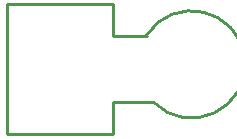
<source format=gko>
G04 Layer: BoardOutline*
G04 EasyEDA v6.4.25, 2021-12-20T14:24:14+08:00*
G04 e4404237a4cc4071a16999871e39c68f,c1e8d67ad17f4412881db65ed68e30a3,10*
G04 Gerber Generator version 0.2*
G04 Scale: 100 percent, Rotated: No, Reflected: No *
G04 Dimensions in millimeters *
G04 leading zeros omitted , absolute positions ,4 integer and 5 decimal *
%FSLAX45Y45*%
%MOMM*%

%ADD10C,0.2540*%
D10*
X1600200Y13373100D02*
G01*
X1936391Y13373100D01*
X1940194Y13369297D01*
X1600200Y13931900D02*
G01*
X1882902Y13930629D01*
X1600200Y13373100D02*
G01*
X1599999Y13099999D01*
X700001Y13099999D01*
X700001Y14199999D01*
X700001Y14199999D02*
G01*
X1599999Y14199999D01*
X1600200Y13931900D01*
G75*
G01*
X1936392Y13373100D02*
G03*
X1877614Y13933990I324208J317500D01*

%LPD*%
M02*

</source>
